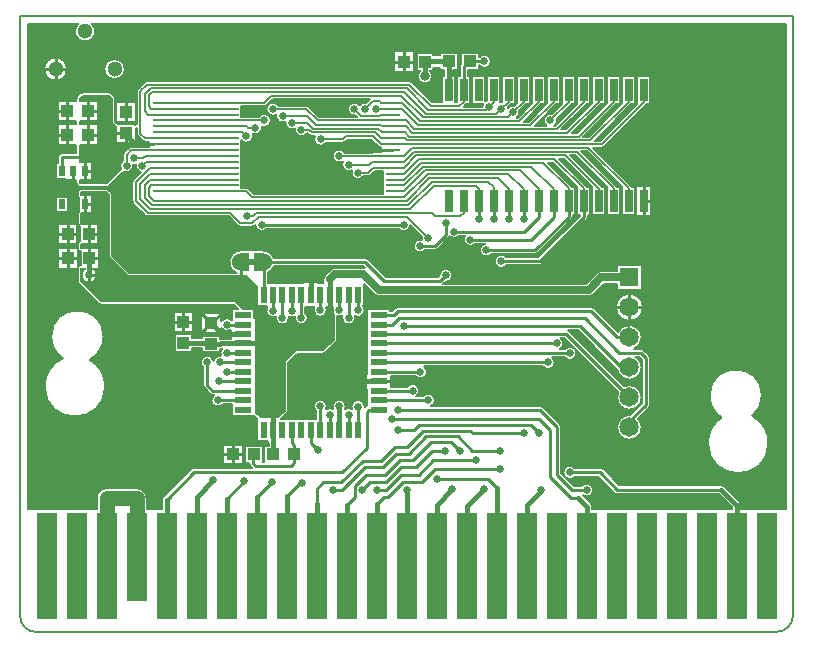
<source format=gbr>
G04 #@! TF.Part,Single*
G04 #@! TF.FileFunction,Copper,L1,Top *
G04 #@! TF.FilePolarity,Positive *
%FSLAX35Y35*%
%MOIN*%
G04 #@! TA.AperFunction,SMDPad,CuDef*
%AMT120*0 Bullet Pad at angle 90*21,1,0.06000,0.03000,0,0,90*%
%ADD120T120*%
%ADD78R,0.05118X0.00984*%
%ADD77R,0.28740X0.00984*%
%ADD81R,0.02362X0.03543*%
%ADD72R,0.02362X0.05807*%
%ADD79R,0.02559X0.07567*%
%ADD121R,0.04000X0.02200*%
%ADD29R,0.05807X0.02362*%
%ADD73R,0.03937X0.04291*%
%ADD75R,0.03940X0.04330*%
%ADD76R,0.06693X0.29528*%
%ADD18R,0.06693X0.35433*%
G04 #@! TA.AperFunction,ComponentPad*
%ADD16R,0.06496X0.06496*%
G04 #@! TD.AperFunction*
%ADD10C,0.00500*%
%ADD28C,0.00602*%
%ADD11C,0.01000*%
%ADD12C,0.01500*%
%ADD27C,0.02500*%
G04 #@! TA.AperFunction,ViaPad*
%ADD13C,0.02677*%
%ADD15C,0.03200*%
G04 #@! TD.AperFunction*
%ADD14C,0.05000*%
G04 #@! TA.AperFunction,ComponentPad*
%ADD117C,0.05118*%
G04 #@! TA.AperFunction,SMDPad,CuDef*
%ADD119C,0.06000*%
G04 #@! TA.AperFunction,ComponentPad*
%ADD17C,0.06496*%
G04 #@! TA.AperFunction,SMDPad,CuDef*
%ADD80R,0.04291X0.03937*%
%ADD74R,0.04330X0.03940*%
%AMT118*0 Bullet Pad at angle 270*21,1,0.06000,0.03000,0,0,270*%
%ADD118T118*%
X0Y0D02*
D02*
D10*
X139638Y212238D02*
Y50596D01*
X162636*
Y54090*
G75*
G02X165989Y57442I3352*
G01*
X175989*
G75*
G02X179341Y54090J-3352*
G01*
Y50596*
X184386*
Y53448*
G75*
G02X184857Y54583I1602*
G01*
X194106Y63832*
G75*
G02X195241Y64304I1135J-1131*
G01*
X214316*
X214004Y64615*
G75*
G02X213608Y65572I956J956*
G01*
G75*
G02Y65575I822J2*
G01*
Y65872*
X212091*
Y71514*
X218087*
Y66175*
X218571*
Y71514*
X219967*
Y72594*
G75*
G02X219860Y73045I1490J591*
G01*
X216272*
Y80547*
X215207Y81612*
X207709*
Y85443*
X204828*
G75*
G02X200913Y86795I-1724J1352*
G01*
G75*
G02X201849Y88591I2191*
G01*
X201323*
G75*
G02X200363Y88987I-2J1352*
G01*
X198654Y90700*
G75*
G02X198258Y91656I957J956*
G01*
G75*
G02Y91658I326J2*
G01*
Y97578*
G75*
G02X197294Y99393I1227J1816*
G01*
G75*
G02X201606Y99940I2191*
G01*
G75*
G02X204150Y101543I2122J-546*
G01*
G75*
G02X204495Y104035I1950J1000*
G01*
G75*
G02X203874Y103901I-643J1468*
G01*
Y102679*
X197839*
Y104150*
X194441*
Y102754*
X188800*
Y108750*
X194441*
Y107355*
X197839*
Y108325*
X203874*
Y107286*
G75*
G02X204042Y107295I167J-1594*
G01*
X207311*
Y110167*
G75*
G02X204272Y110783I-1212J1825*
G01*
Y109281*
X197441*
Y115722*
X204272*
Y113201*
G75*
G02X207709Y113478I1827J-1209*
G01*
Y117175*
X209846*
X208388Y118633*
X164168*
G75*
G02X163385Y118956I-2J1103*
G01*
X156771Y125571*
G75*
G02X156448Y126351I780J780*
G01*
Y126351*
G75*
G02Y126353I364J1*
G01*
Y130675*
G75*
G02X157355Y131760I1103*
G01*
Y136417*
G75*
G02X156448Y137502I196J1085*
G01*
Y138785*
G75*
G02X157229Y139840I1103*
G01*
Y144561*
G75*
G02X156448Y145616I322J1055*
G01*
Y149018*
G75*
G02X156638Y149637I1102*
G01*
Y154442*
G75*
G02X156448Y155061I912J619*
G01*
Y156179*
G75*
G02X157551Y157281I1103*
G01*
X165785*
G75*
G02X166568Y156959I2J-1103*
G01*
X167441Y156085*
G75*
G02X167764Y155305I-780J-780*
G01*
Y155305*
G75*
G02Y155303I-364J-1*
G01*
Y134920*
X173483Y129201*
X209353*
Y129233*
G75*
G02X210705Y136693I1352J3607*
G01*
X218205*
G75*
G02X221812Y134193J-3852*
G01*
X252024*
G75*
G02X252983Y133797I2J-1353*
G01*
X259077Y127705*
X276552*
X276934Y128086*
G75*
G02X276918Y128348I2176J262*
G01*
G75*
G02X281300I2191*
G01*
G75*
G02X278846Y126172I-2191*
G01*
X278255Y125583*
X325788*
X329415Y129210*
G75*
G02X330902Y129826I1487J-1486*
G01*
X336162*
Y131825*
X344363*
Y123624*
X336162*
Y125621*
X331773*
X328146Y121994*
G75*
G02X326659Y121378I-1487J1486*
G01*
X256894*
G75*
G02X255407Y121994J2102*
G01*
X251835Y125566*
Y118226*
X251414*
G75*
G02X248725Y114833I-1611J-1485*
G01*
G75*
G02X248844Y114120I-2071J-713*
G01*
G75*
G02X244463I-2191*
G01*
G75*
G02X244582Y114833I2191J0*
G01*
G75*
G02X242771Y114676I-1078J1907*
G01*
Y107009*
G75*
G02Y107007I-367J-1*
G01*
Y107006*
G75*
G02X242448Y106226I-1103J0*
G01*
X238829Y102607*
G75*
G02X238046Y102284I-780J780*
G01*
X229520*
X226546Y99311*
Y83296*
G75*
G02Y83294I-367J-1*
G01*
Y83294*
G75*
G02X226224Y82514I-1103J0*
G01*
X224267Y80557*
X235852*
Y83068*
G75*
G02X235014Y84791I1352J1724*
G01*
G75*
G02X239396I2191*
G01*
G75*
G02X239123Y83733I-2191*
G01*
G75*
G02X241585I1231J-1812*
G01*
G75*
G02X241313Y84791I1919J1058*
G01*
G75*
G02X245695I2191*
G01*
G75*
G02X245422Y83733I-2191*
G01*
G75*
G02X247794Y83791I1231J-1812*
G01*
G75*
G02X247612Y84667I2008J875*
G01*
G75*
G02X251994I2191*
G01*
G75*
G02X251976Y84386I-2191J0*
G01*
X252367Y84776*
G75*
G02X252890Y85126I1135J-1131*
G01*
Y90663*
X252493*
Y95526*
X252890*
Y117175*
X260402*
Y116494*
X261224*
X262177Y117446*
G75*
G02X263134Y117844I957J-955*
G01*
X327501*
G75*
G02X328459Y117446J-1352*
G01*
X336516Y109389*
G75*
G02X344363Y107724I3747J-1666*
G01*
G75*
G02X341959Y103991I-4100*
G01*
X344007*
G75*
G02X344964Y103593J-1352*
G01*
X346709Y101848*
G75*
G02X347106Y100891I-955J-957*
G01*
Y85212*
G75*
G02X346709Y84254I-1352*
G01*
X343120Y80665*
G75*
G02X344363Y77724I-2857J-2941*
G01*
G75*
G02X336162I-4100*
G01*
G75*
G02X340449Y81820I4100*
G01*
X344402Y85772*
Y100331*
X343446Y101286*
X342293*
G75*
G02X344363Y97724I-2031J-3562*
G01*
G75*
G02X336232Y96971I-4100*
G01*
X323181Y110022*
X319805*
G75*
G02X320102Y109797I-661J-1181*
G01*
X338481Y91417*
G75*
G02X344363Y87724I1781J-3693*
G01*
G75*
G02X336162I-4100*
G01*
G75*
G02X336569Y89505I4101J0*
G01*
X318584Y107490*
X317304*
G75*
G02X317046Y103741I-1253J-1797*
G01*
X318695*
G75*
G02X322610Y102389I1724J-1352*
G01*
G75*
G02X318695Y101036I-2191*
G01*
X314630*
G75*
G02X315371Y99393I-1450J-1643*
G01*
G75*
G02X311457Y98041I-2191*
G01*
X271726*
G75*
G02X272813Y96148I-1104J-1893*
G01*
G75*
G02X268828Y94891I-2191*
G01*
X260800*
Y91297*
X266278*
G75*
G02X270193Y89944I1724J-1352*
G01*
G75*
G02X269245Y88141I-2191*
G01*
X271520*
G75*
G02X275434Y86788I1724J-1352*
G01*
G75*
G02X274098Y84771I-2191*
G01*
X310435*
G75*
G02X311392Y84374J-1352*
G01*
X317006Y78760*
G75*
G02X317403Y77802I-955J-957*
G01*
Y62513*
X321728Y58188*
X324265*
G75*
G02X328180Y56835I1724J-1352*
G01*
G75*
G02X324723Y55047I-2191*
G01*
X327418Y52352*
G75*
G02X327887Y51219I-1133J-1133*
G01*
G75*
G02Y51216I-621J-2*
G01*
Y50596*
X374386*
Y51022*
X370051Y55358*
X336269*
G75*
G02X335134Y55829J1602*
G01*
X329864Y61099*
X321913*
G75*
G02X318228Y62701I-1494J1602*
G01*
G75*
G02X321913Y64304I2191*
G01*
X330528*
G75*
G02X331663Y63832J-1602*
G01*
X336933Y58563*
X370715*
G75*
G02X371850Y58091J-1602*
G01*
X376689Y53252*
G75*
G02X377591Y51811I-700J-1441*
G01*
Y50596*
X392339*
Y212238*
X161109*
G75*
G02X158816Y206301I-2293J-2526*
G01*
G75*
G02X156522Y212238J3411*
G01*
X139638*
X165247Y197114D02*
G75*
G02X172070I3411D01*
G01*
G75*
G02X165247I-3411*
G01*
X169111Y186112D02*
X175941D01*
Y179671*
X169111*
Y186112*
X261906Y203026D02*
X268347D01*
Y196195*
X261906*
Y203026*
X342853Y194935D02*
X347117D01*
Y185663*
X346039*
G75*
G02X345799Y185315I-1054J469*
G01*
X331809Y171325*
G75*
G02X330993Y170986I-817J814*
G01*
X328057*
X340799Y158244*
G75*
G02X341070Y157817I-814J-817*
G01*
X342117*
Y148545*
X337853*
Y157817*
X337963*
X326028Y169752*
X324291*
X335799Y158244*
G75*
G02X336070Y157817I-814J-817*
G01*
X337117*
Y148545*
X332853*
Y157817*
X332963*
X322276Y168504*
X320414*
X330799Y158119*
G75*
G02X331017Y157817I-814J-818*
G01*
X332117*
Y148545*
X327853*
Y157802*
X318399Y167256*
X316787*
X325799Y158244*
G75*
G02X326070Y157817I-814J-817*
G01*
X327117*
Y148545*
X326337*
Y147765*
G75*
G02X325940Y146807I-1352*
G01*
X311267Y132135*
G75*
G02X310310Y131738I-957J955*
G01*
X299304*
G75*
G02X295389Y133090I-1724J1352*
G01*
G75*
G02X299304Y134443I2191*
G01*
X309750*
X323632Y148325*
Y148545*
X322853*
Y157817*
X322963*
X314772Y166008*
X312970*
X320799Y158179*
G75*
G02X321044Y157817I-814J-817*
G01*
X322117*
Y148545*
X321337*
Y147942*
G75*
G02X320941Y146985I-1352*
G01*
X310104Y136148*
G75*
G02X308937Y135480I-1166J685*
G01*
X294310*
G75*
G02X290397Y136834I-1722J1354*
G01*
G75*
G02X292128Y138976I2191*
G01*
X288945*
G75*
G02X285435Y141597I-1724J1352*
G01*
X283578*
G75*
G02X280277Y141430I-1724J1352*
G01*
G75*
G02X279939Y140869I-1293J397*
G01*
X276322Y137252*
G75*
G02X275365Y136855I-957J955*
G01*
X272221*
G75*
G02X268307Y138207I-1724J1352*
G01*
G75*
G02X271087Y140317I2191*
G01*
G75*
G02X271111Y141205I2157J386*
G01*
X267196Y145119*
G75*
G02X263192Y143969I-2190J77*
G01*
X219430*
G75*
G02X215524Y145126I-1724J1352*
G01*
X215403Y145006*
G75*
G02X214586Y144667I-817J814*
G01*
X210592*
G75*
G02X209775Y145006I0J1154*
G01*
X206744Y148036*
X179641*
G75*
G02X178824Y148376I0J1154*
G01*
X174958Y152242*
G75*
G02X174619Y153059I814J817*
G01*
Y159424*
G75*
G02X174958Y160241I1154J0*
G01*
X177480Y162763*
G75*
G02X175731Y165269I413J2151*
G01*
G75*
G02X174814I-459J2143*
G01*
G75*
G02X171641Y162971I-2162J-354*
G01*
G75*
G02X171602Y162930I-821J735*
G01*
X166942Y158270*
G75*
G02X166161Y157947I-780J780*
G01*
X157052*
G75*
G02X155949Y159049J1102*
G01*
Y160041*
X152500*
Y160439*
X149158*
Y165687*
X149837*
Y167785*
G75*
G02X151190Y169138I1352*
G01*
X155949*
Y171860*
X149709*
Y178687*
X155949*
Y179722*
X149709*
Y186551*
X155949*
Y187255*
G75*
G02X156272Y188034I1102*
G01*
X157270Y189033*
G75*
G02X158051Y189356I780J-780*
G01*
X166785*
G75*
G02X167566Y189033I1J-1102*
G01*
X168564Y188034*
G75*
G02X168887Y187255I-780J-780*
G01*
Y179599*
X169772Y178715*
X175544*
Y178673*
G75*
G02X175941Y178747I398J-1028*
G01*
X176116*
Y189751*
G75*
G02X176456Y190568I1154J0*
G01*
X178699Y192811*
G75*
G02X179516Y193151I817J-814*
G01*
X266878*
G75*
G02X267695Y192811I0J-1154*
G01*
X274470Y186037*
X277853*
Y194935*
X278382*
Y195344*
G75*
G02X278375Y195499I1594J155*
G01*
G75*
G02Y195500I627J0*
G01*
G75*
G02Y195502I621J1*
G01*
Y196915*
X276981*
Y197633*
X274949*
Y196593*
X273730*
G75*
G02X274572Y194743I-1610J-1850*
G01*
G75*
G02X269668I-2452*
G01*
G75*
G02X270510Y196593I2452*
G01*
X269304*
Y202628*
X274949*
Y201837*
X276981*
Y202557*
X282977*
Y196915*
X281580*
Y195646*
G75*
G02X281587Y195492I-1594J-155*
G01*
G75*
G02Y195491I-627J0*
G01*
G75*
G02Y195489I-621J-1*
G01*
Y194935*
X282117*
Y186037*
X282853*
Y194935*
X283632*
Y197863*
G75*
G02X283981Y198769I1352*
G01*
Y202557*
X289977*
Y201087*
X290240*
G75*
G02X294155Y199735I1724J-1352*
G01*
G75*
G02X290240Y198383I-2191*
G01*
X289977*
Y196915*
X286337*
Y194935*
X287117*
Y185663*
X285974*
G75*
G02X285799Y185439I-989J593*
G01*
X285024Y184664*
X291271*
G75*
G02X291528Y185663I2191J-30*
G01*
X287853*
Y194935*
X292117*
Y186363*
G75*
G02X292853Y186739I1345J-1730*
G01*
Y194935*
X297117*
Y186026*
G75*
G02X297853Y186059I464J-2141*
G01*
Y194935*
X302117*
Y185663*
X300953*
G75*
G02X300799Y185473I-968J626*
G01*
X299713Y184387*
G75*
G02X299755Y184151I-2133J-503*
G01*
G75*
G02X301950Y184894I1694J-1389*
G01*
X302853Y185797*
Y194935*
X307117*
Y185663*
X305948*
G75*
G02X305799Y185481I-963J634*
G01*
X303581Y183263*
G75*
G02X302635Y180920I-2133J-502*
G01*
X303093*
X307853Y185680*
Y194935*
X312117*
Y185663*
X311016*
G75*
G02X310799Y185364I-1031J518*
G01*
X305107Y179672*
X306769*
X312853Y185756*
Y194935*
X317117*
Y185663*
X315974*
G75*
G02X315799Y185439I-989J593*
G01*
X308659Y178299*
X312568*
G75*
G02X314431Y182149I1361J1717*
G01*
X317945Y185663*
X317853*
Y194935*
X322117*
Y185663*
X321063*
G75*
G02X320799Y185255I-1079J408*
G01*
X316062Y180518*
G75*
G02X315290Y178299I-2133J-502*
G01*
X315521*
X322885Y185663*
X322853*
Y194935*
X327117*
Y185663*
X326039*
G75*
G02X325799Y185315I-1054J469*
G01*
X317536Y177051*
X319148*
X327853Y185756*
Y194935*
X332117*
Y185663*
X330974*
G75*
G02X330799Y185439I-989J593*
G01*
X321163Y175803*
X322900*
X332853Y185756*
Y194935*
X337117*
Y185663*
X335974*
G75*
G02X335799Y185439I-989J593*
G01*
X324915Y174555*
X326652*
X337853Y185756*
Y194935*
X342117*
Y185663*
X340974*
G75*
G02X340799Y185439I-989J593*
G01*
X328653Y173293*
X330515*
X342885Y185663*
X342853*
Y194935*
X342455Y158215D02*
X347514D01*
Y148148*
X342455*
Y158215*
X381202Y81525D02*
G75*
G02X386644Y72561I-4663J-8964D01*
G01*
G75*
G02X366435I-10104*
G01*
G75*
G02X370964Y80988I10104*
G01*
G75*
G02X366987Y88309I4749J7321*
G01*
G75*
G02X384439I8726*
G01*
G75*
G02X381202Y81525I-8726J0*
G01*
X145164Y197114D02*
G75*
G02X152782I3809D01*
G01*
G75*
G02X145164I-3809*
G01*
X149158Y154663D02*
X153225D01*
Y149415*
X149158*
Y154663*
X149831Y145616D02*
X156272D01*
Y138785*
X149831*
Y145616*
X149957Y137502D02*
X156398D01*
Y130675*
X149957*
Y137502*
X160355Y100286D02*
G75*
G02X165542Y91459I-4917J-8827D01*
G01*
G75*
G02X145333I-10104*
G01*
G75*
G02X151425Y100732I10104*
G01*
G75*
G02X147538Y107994I4839J7262*
G01*
G75*
G02X164991I8726*
G01*
G75*
G02X160355Y100286I-8726*
G01*
X204693Y71911D02*
X211485D01*
Y65474*
X204693*
Y71911*
X188402Y116148D02*
X194839D01*
Y109356*
X188402*
Y116148*
X335765Y117724D02*
G75*
G02X344761I4498D01*
G01*
G75*
G02X335765I-4498*
G01*
X139888Y68693D02*
G36*
Y50846D01*
X162636*
Y54090*
G75*
G02X165989Y57442I3352*
G01*
X175989*
G75*
G02X179341Y54090J-3352*
G01*
Y50846*
X184386*
Y53448*
Y53449*
G75*
G02X184857Y54583I1602*
G01*
X194106Y63832*
G75*
G02X195241Y64304I1135J-1130*
G01*
X214316*
X214004Y64615*
G75*
G02X213608Y65570I954J955*
G01*
G75*
G02Y65572I1381J1*
G01*
Y65572*
Y65575*
Y65872*
X212091*
Y68693*
X211485*
Y65474*
X204693*
Y68693*
X139888*
G37*
X218087D02*
G36*
Y66175D01*
X218571*
Y68693*
X218087*
G37*
X317403D02*
G36*
Y62513D01*
X321728Y58188*
X324265*
G75*
G02X328180Y56835I1724J-1352*
G01*
G75*
G02X324723Y55047I-2191*
G01*
X327418Y52352*
G75*
G02X327887Y51219I-1133J-1133*
G01*
Y51219*
Y51216*
Y50846*
X374386*
Y51022*
X370051Y55358*
X336269*
G75*
G02X335134Y55829I0J1602*
G01*
X329864Y61099*
X321913*
G75*
G02X318228Y62701I-1494J1603*
G01*
G75*
G02X321913Y64304I2191J0*
G01*
X330528*
G75*
G02X331663Y63832I0J-1602*
G01*
X336933Y58563*
X370715*
G75*
G02X371850Y58091I0J-1602*
G01*
X376689Y53252*
G75*
G02X377591Y51811I-699J-1441*
G01*
Y51811*
Y50846*
X392089*
Y68693*
X385874*
G75*
G02X367205I-9335J3868*
G01*
X317403*
G37*
X139888Y79746D02*
G36*
Y68693D01*
X204693*
Y71911*
X211485*
Y68693*
X212091*
Y71514*
X218087*
Y68693*
X218571*
Y71514*
X219967*
Y72594*
G75*
G02X219860Y73045I1496J592*
G01*
X216272*
Y79746*
X139888*
G37*
X316020D02*
G36*
X317006Y78760D01*
G75*
G02X317403Y77803I-953J-957*
G01*
G75*
G02Y77802I-1253J0*
G01*
Y68693*
X367205*
G75*
G02X366435Y72561I9335J3868*
G01*
G75*
G02X369435Y79746I10104*
G01*
X343830*
G75*
G02X344363Y77724I-3567J-2022*
G01*
Y77724*
G75*
G02X336162I-4100*
G01*
G75*
G02X336696Y79746I4100*
G01*
X316020*
G37*
X386644Y72561D02*
G36*
G75*
G02X385874Y68693I-10104D01*
G01*
X392089*
Y79746*
X383644*
G75*
G02X386644Y72561I-7104J-7185*
G01*
G37*
X139888Y99037D02*
G36*
Y79746D01*
X216272*
Y80547*
X215207Y81612*
X207709*
Y85443*
X204828*
G75*
G02X200913Y86795I-1724J1352*
G01*
G75*
G02X201849Y88591I2191*
G01*
X201323*
G75*
G02X200363Y88987I-2J1354*
G01*
X198654Y90700*
G75*
G02X198258Y91656I958J956*
G01*
Y91656*
Y91658*
Y97578*
G75*
G02X197323Y99037I1226J1815*
G01*
X162120*
G75*
G02X165542Y91459I-6683J-7579*
G01*
G75*
G02X145333I-10104*
G01*
G75*
G02X148755Y99037I10105J0*
G01*
X139888*
G37*
X226224Y82514D02*
G36*
X224267Y80557D01*
X235852*
Y83068*
G75*
G02X235014Y84791I1354J1724*
G01*
G75*
G02X239396I2191*
G01*
G75*
G02X239123Y83733I-2194J0*
G01*
G75*
G02X241585I1231J-1811*
G01*
G75*
G02X241313Y84791I1921J1059*
G01*
G75*
G02X245695I2191*
G01*
G75*
G02X245422Y83733I-2194J0*
G01*
G75*
G02X247794Y83791I1231J-1813*
G01*
G75*
G02X247612Y84667I2012J876*
G01*
G75*
G02X251994I2191*
G01*
G75*
G02X251976Y84386I-2284J6*
G01*
X252367Y84776*
G75*
G02X252890Y85126I1140J-1139*
G01*
Y90663*
X252493*
Y95526*
X252890*
Y99037*
X226546*
Y83296*
Y83294*
Y83294*
G75*
G02X226224Y82514I-1103*
G01*
G37*
X260800Y94891D02*
G36*
Y91297D01*
X266278*
G75*
G02X270193Y89944I1724J-1352*
G01*
G75*
G02X269245Y88141I-2189J-1*
G01*
X271520*
G75*
G02X275434Y86788I1724J-1352*
G01*
Y86788*
G75*
G02X274098Y84771I-2190*
G01*
X310435*
G75*
G02X311392Y84374I1J-1350*
G01*
X316020Y79746*
X336696*
G75*
G02X340449Y81820I3567J-2022*
G01*
X344402Y85772*
Y99037*
X344147*
G75*
G02X344363Y97724I-3885J-1314*
G01*
G75*
G02X336232Y96971I-4100*
G01*
X334166Y99037*
X330861*
X338481Y91417*
G75*
G02X344363Y87724I1781J-3693*
G01*
G75*
G02X336162I-4100*
G01*
G75*
G02X336569Y89505I4104J-1*
G01*
X327036Y99037*
X315342*
G75*
G02X311457Y98041I-2162J356*
G01*
X271726*
G75*
G02X272813Y96149I-1103J-1892*
G01*
G75*
G02Y96148I-2654J0*
G01*
G75*
G02X268828Y94891I-2191*
G01*
X260800*
G37*
X343120Y80665D02*
G36*
G75*
G02X343830Y79746I-2857J-2941D01*
G01*
X369435*
G75*
G02X370964Y80988I7104J-7185*
G01*
G75*
G02X366987Y88309I4749J7321*
G01*
G75*
G02X384439I8726*
G01*
G75*
G02X381202Y81525I-8728J0*
G01*
G75*
G02X383644Y79746I-4663J-8965*
G01*
X392089*
Y99037*
X347106*
Y85212*
G75*
G02Y85211I-1253J0*
G01*
G75*
G02X346709Y84254I-1350*
G01*
X343120Y80665*
G37*
X139888Y112752D02*
G36*
Y99037D01*
X148755*
G75*
G02X151425Y100732I6683J-7579*
G01*
G75*
G02X147538Y107994I4839J7262*
G01*
G75*
G02X148949Y112752I8726J0*
G01*
X139888*
G37*
X160355Y100286D02*
G36*
G75*
G02X162120Y99037I-4919J-8828D01*
G01*
X197323*
G75*
G02X197294Y99393I2163J356*
G01*
Y99393*
G75*
G02X201606Y99940I2191*
G01*
G75*
G02X204150Y101543I2122J-547*
G01*
G75*
G02X203908Y102543I1950J1000*
G01*
G75*
G02X204495Y104035I2191*
G01*
G75*
G02X203874Y103901I-644J1474*
G01*
Y102679*
X197839*
Y104150*
X194441*
Y102754*
X188800*
Y108750*
X194441*
Y107355*
X197839*
Y108325*
X203874*
Y107286*
G75*
G02X204042Y107295I161J-1487*
G01*
X207311*
Y110167*
G75*
G02X204272Y110783I-1212J1826*
G01*
Y109281*
X197441*
Y112752*
X194839*
Y109356*
X188402*
Y112752*
X163580*
G75*
G02X164991Y107994I-7315J-4757*
G01*
Y107994*
G75*
G02X160355Y100286I-8726*
G01*
G37*
X226546Y99311D02*
G36*
Y99037D01*
X252890*
Y112752*
X248365*
G75*
G02X244942I-1711J1368*
G01*
X242771*
Y107009*
Y107007*
Y107006*
G75*
G02X242448Y106226I-1103*
G01*
X238829Y102607*
G75*
G02X238046Y102284I-780J781*
G01*
X229520*
X226546Y99311*
G37*
X315371Y99393D02*
G36*
G75*
G02X315342Y99037I-2191J0D01*
G01*
X327036*
X318584Y107490*
X317304*
G75*
G02X318242Y105693I-1253J-1797*
G01*
G75*
G02X317046Y103741I-2191*
G01*
X318695*
G75*
G02X322610Y102389I1724J-1352*
G01*
G75*
G02X318695Y101036I-2191*
G01*
X314630*
G75*
G02X315371Y99394I-1448J-1642*
G01*
G75*
G02Y99393I-2051J0*
G01*
G37*
X319805Y110022D02*
G36*
G75*
G02X320102Y109797I-648J-1164D01*
G01*
X330861Y99037*
X334166*
X323181Y110022*
X319805*
G37*
X333153Y112752D02*
G36*
X336516Y109389D01*
G75*
G02X344363Y107724I3747J-1666*
G01*
G75*
G02Y107723I-5013J0*
G01*
G75*
G02X341959Y103991I-4100*
G01*
X344007*
G75*
G02X344964Y103593I1J-1350*
G01*
X346709Y101848*
G75*
G02X347106Y100892I-953J-957*
G01*
G75*
G02Y100891I-1253J0*
G01*
Y99037*
X392089*
Y112752*
X333153*
G37*
X343446Y101286D02*
G36*
X342293D01*
G75*
G02X344147Y99037I-2031J-3563*
G01*
X344402*
Y100331*
X343446Y101286*
G37*
X139888Y117724D02*
G36*
Y112752D01*
X148949*
G75*
G02X163580I7315J-4758*
G01*
X188402*
Y116148*
X194839*
Y112752*
X197441*
Y115722*
X204272*
Y113201*
G75*
G02X207709Y113478I1827J-1209*
G01*
Y117175*
X209846*
X209298Y117724*
X139888*
G37*
X242771Y114676D02*
G36*
Y112752D01*
X244942*
G75*
G02X244463Y114120I1711J1368*
G01*
G75*
G02Y114122I2201J1*
G01*
G75*
G02X244582Y114833I2183*
G01*
G75*
G02X242771Y114676I-1078J1908*
G01*
G37*
X248844Y114120D02*
G36*
G75*
G02X248365Y112752I-2191D01*
G01*
X252890*
Y117175*
X260402*
Y116494*
X261224*
X262177Y117446*
G75*
G02X262577Y117724I957J-954*
G01*
X251761*
G75*
G02X251994Y116741I-1958J-983*
G01*
G75*
G02X248725Y114833I-2191*
G01*
G75*
G02X248844Y114122I-2064J-712*
G01*
G75*
G02Y114120I-2201J-1*
G01*
G37*
X328059Y117724D02*
G36*
G75*
G02X328459Y117446I-557J-1231D01*
G01*
X333153Y112752*
X392089*
Y117724*
X344761*
G75*
G02X335765I-4498*
G01*
X328059*
G37*
X139888Y134089D02*
G36*
Y117724D01*
X209298*
X208388Y118633*
X164168*
G75*
G02X163385Y118956I-2J1104*
G01*
X156771Y125571*
G75*
G02X156448Y126351I780J780*
G01*
Y126351*
Y126353*
Y130675*
G75*
G02X157355Y131760I1103J0*
G01*
Y134089*
X156398*
Y130675*
X149957*
Y134089*
X139888*
G37*
X168595D02*
G36*
X173483Y129201D01*
X209353*
Y129233*
G75*
G02X206853Y132841I1352J3607*
G01*
G75*
G02X207061Y134089I3853J0*
G01*
X168595*
G37*
X251414Y118226D02*
G36*
G75*
G02X251761Y117724I-1611J-1485D01*
G01*
X262577*
G75*
G02X263134Y117844I557J-1230*
G01*
X327501*
G75*
G02X328059Y117724I1J-1350*
G01*
X335765*
G75*
G02X344761I4498*
G01*
X392089*
Y134089*
X313221*
X311267Y132135*
G75*
G02X310310Y131738I-957J953*
G01*
X299304*
G75*
G02X295389Y133090I-1724J1352*
G01*
G75*
G02X295630Y134089I2191J0*
G01*
X252548*
G75*
G02X252983Y133797I-520J-1246*
G01*
X259077Y127705*
X276552*
X276934Y128086*
G75*
G02X276918Y128348I2168J262*
G01*
G75*
G02X281300I2191*
G01*
G75*
G02X278846Y126172I-2191*
G01*
X278255Y125583*
X325788*
X329415Y129210*
G75*
G02X330902Y129826I1488J-1488*
G01*
X336162*
Y131825*
X344363*
Y123624*
X336162*
Y125621*
X331773*
X328146Y121994*
G75*
G02X326659Y121378I-1488J1488*
G01*
X256894*
G75*
G02X255407Y121994I1J2104*
G01*
X251835Y125566*
Y118226*
X251414*
G37*
X139888Y142201D02*
G36*
Y134089D01*
X149957*
Y137502*
X156398*
Y134089*
X157355*
Y136417*
G75*
G02X156448Y137502I196J1085*
G01*
Y138785*
G75*
G02X157229Y139840I1103*
G01*
Y142201*
X156272*
Y138785*
X149831*
Y142201*
X139888*
G37*
X167764D02*
G36*
Y134920D01*
X168595Y134089*
X207061*
G75*
G02X210705Y136693I3644J-1248*
G01*
X218205*
G75*
G02X221812Y134193J-3852*
G01*
X252024*
G75*
G02X252548Y134089I3J-1351*
G01*
X295630*
G75*
G02X299304Y134443I1950J-998*
G01*
X309750*
X317508Y142201*
X316156*
X310104Y136148*
G75*
G02X308937Y135480I-1167J686*
G01*
X294310*
G75*
G02X290397Y136834I-1722J1354*
G01*
G75*
G02X292128Y138976I2191*
G01*
X288945*
G75*
G02X285030Y140329I-1724J1352*
G01*
G75*
G02X285435Y141597I2191*
G01*
X283578*
G75*
G02X280277Y141430I-1724J1353*
G01*
G75*
G02X279939Y140869I-1295J398*
G01*
X276322Y137252*
G75*
G02X275365Y136855I-957J953*
G01*
X272221*
G75*
G02X268307Y138207I-1724J1352*
G01*
G75*
G02X271087Y140317I2191J0*
G01*
G75*
G02X271052Y140703I2155J386*
G01*
G75*
G02X271111Y141205I2188*
G01*
X270115Y142201*
X167764*
G37*
X321333D02*
G36*
X313221Y134089D01*
X392089*
Y142201*
X321333*
G37*
X139888Y153181D02*
G36*
Y142201D01*
X149831*
Y145616*
X156272*
Y142201*
X157229*
Y144561*
G75*
G02X156448Y145616I322J1055*
G01*
Y149018*
G75*
G02X156638Y149637I1107J-2*
G01*
Y153181*
X153225*
Y149415*
X149158*
Y153181*
X139888*
G37*
X167764D02*
G36*
Y142201D01*
X270115*
X267196Y145119*
G75*
G02X263192Y143969I-2190J77*
G01*
X219430*
G75*
G02X215524Y145126I-1724J1352*
G01*
X215403Y145006*
G75*
G02X214586Y144667I-817J814*
G01*
X210592*
G75*
G02X209775Y145006I0J1154*
G01*
X206744Y148036*
X179641*
G75*
G02X178824Y148376I0J1154*
G01*
X174958Y152242*
G75*
G02X174619Y153059I814J817*
G01*
Y153181*
X167764*
G37*
X316156Y142201D02*
G36*
X317508D01*
X323632Y148325*
Y148545*
X322853*
Y153181*
X322117*
Y148545*
X321337*
Y147942*
G75*
G02Y147941I-1381J0*
G01*
G75*
G02X320941Y146985I-1350*
G01*
X316156Y142201*
G37*
X325940Y146807D02*
G36*
X321333Y142201D01*
X392089*
Y153181*
X347514*
Y148148*
X342455*
Y153181*
X342117*
Y148545*
X337853*
Y153181*
X337117*
Y148545*
X332853*
Y153181*
X332117*
Y148545*
X327853*
Y153181*
X327117*
Y148545*
X326337*
Y147765*
G75*
G02Y147764I-1253J0*
G01*
G75*
G02X325940Y146807I-1350*
G01*
G37*
X139888Y182892D02*
G36*
Y153181D01*
X149158*
Y154663*
X153225*
Y153181*
X156638*
Y154442*
G75*
G02X156448Y155061I917J620*
G01*
Y156179*
Y156179*
G75*
G02X157551Y157281I1103*
G01*
X165785*
G75*
G02X166568Y156959I2J-1104*
G01*
X167441Y156085*
G75*
G02X167764Y155305I-780J-780*
G01*
Y155305*
Y155303*
Y153181*
X174619*
Y159424*
G75*
G02X174958Y160241I1154J0*
G01*
X177480Y162763*
G75*
G02X175703Y164915I413J2151*
G01*
G75*
G02X175731Y165269I2192*
G01*
G75*
G02X174814I-459J2148*
G01*
G75*
G02X174843Y164915I-2162J-354*
G01*
G75*
G02X171641Y162971I-2191*
G01*
G75*
G02X171602Y162930I-1075J974*
G01*
X166942Y158270*
G75*
G02X166161Y157947I-780J782*
G01*
X157052*
G75*
G02X155949Y159049J1102*
G01*
Y160041*
X152500*
Y160439*
X149158*
Y165687*
X149837*
Y167785*
G75*
G02X151190Y169138I1352*
G01*
X155949*
Y171860*
X149709*
Y178687*
X155949*
Y179722*
X149709*
Y182892*
X139888*
G37*
X168887D02*
G36*
Y179599D01*
X169772Y178715*
X175544*
Y178673*
G75*
G02X175941Y178747I399J-1032*
G01*
X176116*
Y182892*
X175941*
Y179671*
X169111*
Y182892*
X168887*
G37*
X302635Y180920D02*
G36*
X303093D01*
X305064Y182892*
X303636*
G75*
G02X303640Y182762I-2191J-131*
G01*
G75*
G02X302635Y180920I-2191J0*
G01*
G37*
X305107Y179672D02*
G36*
X306769D01*
X309989Y182892*
X308327*
X305107Y179672*
G37*
X308659Y178299D02*
G36*
X312568D01*
G75*
G02X311738Y180016I1361J1717*
G01*
G75*
G02X314431Y182149I2191*
G01*
X315174Y182892*
X313251*
X308659Y178299*
G37*
X314772Y166008D02*
G36*
X312970D01*
X320799Y158179*
G75*
G02X321044Y157817I-817J-819*
G01*
X322117*
Y153181*
X322853*
Y157817*
X322963*
X314772Y166008*
G37*
X315290Y178299D02*
G36*
X315521D01*
X320113Y182892*
X318436*
X316062Y180518*
G75*
G02X316120Y180016I-2133J-502*
G01*
G75*
G02X315290Y178299I-2191*
G01*
G37*
X318399Y167256D02*
G36*
X316787D01*
X325799Y158244*
G75*
G02X326070Y157817I-812J-815*
G01*
X327117*
Y153181*
X327853*
Y157802*
X318399Y167256*
G37*
X317536Y177051D02*
G36*
X319148D01*
X324989Y182892*
X323376*
X317536Y177051*
G37*
X322276Y168504D02*
G36*
X320414D01*
X330799Y158119*
G75*
G02X331017Y157817I-817J-820*
G01*
X332117*
Y153181*
X332853*
Y157817*
X332963*
X322276Y168504*
G37*
X321163Y175803D02*
G36*
X322900D01*
X329989Y182892*
X328251*
X321163Y175803*
G37*
X326028Y169752D02*
G36*
X324291D01*
X335799Y158244*
G75*
G02X336070Y157817I-812J-815*
G01*
X337117*
Y153181*
X337853*
Y157817*
X337963*
X326028Y169752*
G37*
X324915Y174555D02*
G36*
X326652D01*
X334989Y182892*
X333251*
X324915Y174555*
G37*
X328653Y173293D02*
G36*
X330515D01*
X340113Y182892*
X338251*
X328653Y173293*
G37*
X330993Y170986D02*
G36*
X328057D01*
X340799Y158244*
G75*
G02X341070Y157817I-812J-815*
G01*
X342117*
Y153181*
X342455*
Y158215*
X347514*
Y153181*
X392089*
Y182892*
X343376*
X331809Y171325*
G75*
G02X330993Y170986I-817J814*
G01*
G37*
X139888Y197114D02*
G36*
Y182892D01*
X149709*
Y186551*
X155949*
Y187255*
Y187255*
G75*
G02X156272Y188034I1102*
G01*
X157270Y189033*
G75*
G02X158051Y189356I780J-782*
G01*
X166785*
G75*
G02X167566Y189033I0J-1105*
G01*
X168564Y188034*
G75*
G02X168887Y187255I-779J-779*
G01*
Y187255*
Y182892*
X169111*
Y186112*
X175941*
Y182892*
X176116*
Y189751*
G75*
G02X176456Y190568I1154J0*
G01*
X178699Y192811*
G75*
G02X179516Y193151I817J-814*
G01*
X266878*
G75*
G02X267695Y192811I0J-1154*
G01*
X274470Y186037*
X277853*
Y194935*
X278382*
Y195344*
G75*
G02X278375Y195499I1680J159*
G01*
Y195500*
Y195502*
Y196915*
X276981*
Y197114*
X274949*
Y196593*
X273730*
G75*
G02X274572Y194743I-1611J-1850*
G01*
G75*
G02X269668I-2452*
G01*
G75*
G02X270510Y196593I2453*
G01*
X269304*
Y197114*
X268347*
Y196195*
X261906*
Y197114*
X172070*
G75*
G02X165247I-3411*
G01*
X152782*
G75*
G02X145164I-3809*
G01*
X139888*
G37*
X281580Y196915D02*
G36*
Y195646D01*
G75*
G02X281587Y195492I-1680J-159*
G01*
Y195491*
Y195489*
Y194935*
X282117*
Y186037*
X282853*
Y194935*
X283632*
Y197114*
X282977*
Y196915*
X281580*
G37*
X285799Y185439D02*
G36*
X285024Y184664D01*
X291271*
G75*
G02X291528Y185663I2184J-28*
G01*
X287853*
Y194935*
X292117*
Y186363*
G75*
G02X292853Y186739I1351J-1741*
G01*
Y194935*
X297117*
Y186026*
G75*
G02X297853Y186059I463J-2132*
G01*
Y194935*
X302117*
Y185663*
X300953*
G75*
G02X300799Y185473I-980J635*
G01*
X299713Y184387*
G75*
G02X299755Y184151I-2070J-492*
G01*
G75*
G02X301950Y184894I1694J-1389*
G01*
X302853Y185797*
Y194935*
X307117*
Y185663*
X305948*
G75*
G02X305799Y185481I-970J641*
G01*
X303581Y183263*
G75*
G02X303636Y182892I-2133J-502*
G01*
X305064*
X307853Y185680*
Y194935*
X312117*
Y185663*
X311016*
G75*
G02X310799Y185364I-1031J518*
G01*
X308327Y182892*
X309989*
X312853Y185756*
Y194935*
X317117*
Y185663*
X315974*
G75*
G02X315799Y185439I-999J601*
G01*
X313251Y182892*
X315174*
X317945Y185663*
X317853*
Y194935*
X322117*
Y185663*
X321063*
G75*
G02X320799Y185255I-1082J411*
G01*
X318436Y182892*
X320113*
X322885Y185663*
X322853*
Y194935*
X327117*
Y185663*
X326039*
G75*
G02X325799Y185315I-1057J470*
G01*
X323376Y182892*
X324989*
X327853Y185756*
Y194935*
X332117*
Y185663*
X330974*
G75*
G02X330799Y185439I-999J601*
G01*
X328251Y182892*
X329989*
X332853Y185756*
Y194935*
X337117*
Y185663*
X335974*
G75*
G02X335799Y185439I-999J601*
G01*
X333251Y182892*
X334989*
X337853Y185756*
Y194935*
X342117*
Y185663*
X340974*
G75*
G02X340799Y185439I-999J601*
G01*
X338251Y182892*
X340113*
X342885Y185663*
X342853*
Y194935*
X347117*
Y185663*
X346039*
G75*
G02X345799Y185315I-1057J470*
G01*
X343376Y182892*
X392089*
Y197114*
X289977*
Y196915*
X286337*
Y194935*
X287117*
Y185663*
X285974*
G75*
G02X285799Y185439I-999J601*
G01*
G37*
X139888Y211988D02*
G36*
Y197114D01*
X145164*
G75*
G02X152782I3809*
G01*
X165247*
G75*
G02X172070I3411*
G01*
X261906*
Y203026*
X268347*
Y197114*
X269304*
Y202628*
X274949*
Y201837*
X276981*
Y202557*
X282977*
Y197114*
X283632*
Y197863*
G75*
G02X283981Y198769I1352*
G01*
Y202557*
X289977*
Y201087*
X290240*
G75*
G02X294155Y199735I1724J-1352*
G01*
G75*
G02X290240Y198383I-2191*
G01*
X289977*
Y197114*
X392089*
Y211988*
X161357*
G75*
G02X162227Y209713I-2542J-2275*
G01*
G75*
G02X158816Y206301I-3411*
G01*
G75*
G02X155404Y209713J3411*
G01*
G75*
G02X156274Y211988I3411J0*
G01*
X139888*
G37*
X274949Y197633D02*
G36*
Y197114D01*
X276981*
Y197633*
X274949*
G37*
X142450Y9569D02*
X389310D01*
G75*
G03X394807Y15066J5497*
G01*
Y214707*
X137170*
Y14849*
G75*
G03X142450Y9569I5280*
G01*
X157052Y160041D02*
Y159049D01*
X166162*
X170822Y163709*
G75*
G02X171498Y166778I1830J1206*
G01*
Y168659*
G75*
G02X171838Y169476I1154J0*
G01*
X173347Y170985*
G75*
G02X174164Y171324I817J-814*
G01*
X180030*
Y172954*
X178810*
G75*
G02X177993Y173294I0J1154*
G01*
X176456Y174831*
G75*
G02X176116Y175648I814J817*
G01*
Y177645*
X175941*
Y172671*
X169111*
Y177817*
X167785Y179143*
Y187255*
X166786Y188253*
X158050*
X157052Y187255*
Y186551*
X163146*
Y179722*
X157052*
Y178687*
X163146*
Y171860*
X157052*
Y166085*
X161103*
Y160041*
X157052*
G36*
Y159049*
X166162*
X170822Y163709*
G75*
G02X171498Y166778I1830J1206*
G01*
Y168659*
G75*
G02X171838Y169476I1154J0*
G01*
X173347Y170985*
G75*
G02X174164Y171324I817J-814*
G01*
X180030*
Y172954*
X178810*
G75*
G02X177993Y173294I0J1154*
G01*
X176456Y174831*
G75*
G02X176116Y175648I814J817*
G01*
Y177645*
X175941*
Y172671*
X169111*
Y177817*
X167785Y179143*
Y187255*
X166786Y188253*
X158050*
X157052Y187255*
Y186551*
X163146*
Y179722*
X157052*
Y178687*
X163146*
Y171860*
X157052*
Y166085*
X161103*
Y160041*
X157052*
G37*
X157551Y130675D02*
Y126351D01*
X164165Y119736*
X164167*
G75*
G02X164168I1J-325*
G01*
X208845*
X209160Y119421*
G75*
G02X209170Y119411I-762J-803*
G01*
X210076Y118506*
G75*
G02X210086Y118495I-793J-772*
G01*
X211406Y117175*
X215221*
Y114245*
X215834*
Y82545*
X217331Y81047*
X223197*
X225444Y83294*
Y99768*
X229063Y103387*
X238049*
X241668Y107006*
Y115545*
G75*
G02X241554Y117739I1836J1196*
G01*
X239155*
G75*
G02X239396Y116741I-1950J-998*
G01*
G75*
G02X235014I-2191*
G01*
G75*
G02X235254Y117739I2191J0*
G01*
X232258*
Y115969*
G75*
G02X233096Y114245I-1352J-1724*
G01*
G75*
G02X228715I-2191*
G01*
G75*
G02X228756Y114667I2191*
G01*
G75*
G02X226724Y114684I-999J1950*
G01*
G75*
G02X226797Y114120I-2118J-563*
G01*
G75*
G02X222415I-2191*
G01*
G75*
G02X222489Y114684I2192J0*
G01*
G75*
G02X219624Y117818I-1032J1933*
G01*
X219216Y118226*
X216272*
Y124604*
X216083*
X212589Y128098*
X173026*
X166661Y134463*
Y155305*
X165788Y156179*
X165787*
G75*
G02X165785I0J325*
G01*
X157551*
Y155063*
G75*
G03X157551Y155061I5J0*
G01*
X161103*
Y149018*
X157551*
G75*
G03X157551Y149016I4J-2*
G01*
Y145616*
X163272*
Y138785*
X157551*
Y137502*
Y137502*
G75*
G02X157552I0J-1157*
G01*
X163398*
Y130675*
X161537*
G75*
G02X162766Y128472I-1359J-2203*
G01*
G75*
G02X157589I-2589*
G01*
G75*
G02X158818Y130675I2589*
G01*
X157552*
G75*
G02X157551I0J1157*
G01*
Y130675*
G36*
Y126351*
X164165Y119736*
X164167*
G75*
G02X164168I1J-325*
G01*
X208845*
X209160Y119421*
G75*
G02X209170Y119411I-762J-803*
G01*
X210076Y118506*
G75*
G02X210086Y118495I-793J-772*
G01*
X211406Y117175*
X215221*
Y114245*
X215834*
Y82545*
X217331Y81047*
X223197*
X225444Y83294*
Y99768*
X229063Y103387*
X238049*
X241668Y107006*
Y115545*
G75*
G02X241554Y117739I1836J1196*
G01*
X239155*
G75*
G02X239396Y116741I-1950J-998*
G01*
G75*
G02X235014I-2191*
G01*
G75*
G02X235254Y117739I2191J0*
G01*
X232258*
Y115969*
G75*
G02X233096Y114245I-1352J-1724*
G01*
G75*
G02X228715I-2191*
G01*
G75*
G02X228756Y114667I2191*
G01*
G75*
G02X226724Y114684I-999J1950*
G01*
G75*
G02X226797Y114120I-2118J-563*
G01*
G75*
G02X222415I-2191*
G01*
G75*
G02X222489Y114684I2192J0*
G01*
G75*
G02X219624Y117818I-1032J1933*
G01*
X219216Y118226*
X216272*
Y124604*
X216083*
X212589Y128098*
X173026*
X166661Y134463*
Y155305*
X165788Y156179*
X165787*
G75*
G02X165785I0J325*
G01*
X157551*
Y155063*
G75*
G03X157551Y155061I5J0*
G01*
X161103*
Y149018*
X157551*
G75*
G03X157551Y149016I4J-2*
G01*
Y145616*
X163272*
Y138785*
X157551*
Y137502*
Y137502*
G75*
G02X157552I0J-1157*
G01*
X163398*
Y130675*
X161537*
G75*
G02X162766Y128472I-1359J-2203*
G01*
G75*
G02X157589I-2589*
G01*
G75*
G02X158818Y130675I2589*
G01*
X157552*
G75*
G02X157551I0J1157*
G01*
Y130675*
G37*
X210872Y173413D02*
Y157545D01*
X212589*
G75*
G02X213406Y157206I0J-1154*
G01*
X215027Y155585*
X257987*
Y163112*
X255350*
X254092Y161854*
G75*
G02X253275Y161514I-818J814*
G01*
X251642*
G75*
G02X247702Y163362I-1862J1155*
G01*
G75*
G02X244746Y166355I-1042J1928*
G01*
G75*
G02X241313Y168160I-1242J1805*
G01*
G75*
G02X245367Y169313I2191*
G01*
X254462*
G75*
G02X254772Y169356I310J-1111*
G01*
X257589*
Y170986*
X257393*
G75*
G02X256478Y171438J1154*
G01*
X254294Y173621*
X246140*
X245480Y172962*
G75*
G02X244663Y172622I-817J814*
G01*
X239163*
G75*
G02X235401Y174869I-1863J1154*
G01*
X234305*
G75*
G02X233488Y175208I0J1154*
G01*
X232953Y175743*
X232798*
G75*
G02X228782Y177301I-1863J1154*
G01*
G75*
G02X225624Y179267I-967J1966*
G01*
G75*
G02X225641Y179537I2190J2*
G01*
G75*
G02X222531Y181854I-946J1976*
G01*
G75*
G02X219259Y183760I-1081J1906*
G01*
G75*
G02X223313Y184914I2191*
G01*
X232555*
G75*
G02X233372Y184574I0J-1154*
G01*
X236780Y181167*
X249493*
X249033Y181627*
G75*
G02X246341Y183760I-501J2133*
G01*
G75*
G02X250280Y185082I2191*
G01*
G75*
G02X252529Y185893I1747J-1322*
G01*
X253736Y187100*
X221392*
X219396Y185105*
G75*
G02X218580Y184765I-817J814*
G01*
X210872*
Y181167*
X216717*
G75*
G02X220770Y180013I1863J-1154*
G01*
G75*
G02X217723Y177997I-2191*
G01*
G75*
G02X214641Y175543I-2139J-477*
G01*
G75*
G02X210872Y173413I-2052J-768*
G01*
G36*
Y157545*
X212589*
G75*
G02X213406Y157206I0J-1154*
G01*
X215027Y155585*
X257987*
Y163112*
X255350*
X254092Y161854*
G75*
G02X253275Y161514I-818J814*
G01*
X251642*
G75*
G02X247702Y163362I-1862J1155*
G01*
G75*
G02X244746Y166355I-1042J1928*
G01*
G75*
G02X241313Y168160I-1242J1805*
G01*
G75*
G02X245367Y169313I2191*
G01*
X254462*
G75*
G02X254772Y169356I310J-1111*
G01*
X257589*
Y170986*
X257393*
G75*
G02X256478Y171438J1154*
G01*
X254294Y173621*
X246140*
X245480Y172962*
G75*
G02X244663Y172622I-817J814*
G01*
X239163*
G75*
G02X235401Y174869I-1863J1154*
G01*
X234305*
G75*
G02X233488Y175208I0J1154*
G01*
X232953Y175743*
X232798*
G75*
G02X228782Y177301I-1863J1154*
G01*
G75*
G02X225624Y179267I-967J1966*
G01*
G75*
G02X225641Y179537I2190J2*
G01*
G75*
G02X222531Y181854I-946J1976*
G01*
G75*
G02X219259Y183760I-1081J1906*
G01*
G75*
G02X223313Y184914I2191*
G01*
X232555*
G75*
G02X233372Y184574I0J-1154*
G01*
X236780Y181167*
X249493*
X249033Y181627*
G75*
G02X246341Y183760I-501J2133*
G01*
G75*
G02X250280Y185082I2191*
G01*
G75*
G02X252529Y185893I1747J-1322*
G01*
X253736Y187100*
X221392*
X219396Y185105*
G75*
G02X218580Y184765I-817J814*
G01*
X210872*
Y181167*
X216717*
G75*
G02X220770Y180013I1863J-1154*
G01*
G75*
G02X217723Y177997I-2191*
G01*
G75*
G02X214641Y175543I-2139J-477*
G01*
G75*
G02X210872Y173413I-2052J-768*
G01*
G37*
X219909Y129386D02*
Y125738D01*
X231622*
Y126136*
X236485*
Y125738*
X238252*
Y127034*
G75*
G02X238868Y128521I2102*
G01*
X240680Y130333*
G75*
G02X242167Y130949I1487J-1486*
G01*
X251528*
G75*
G02X252080Y130876I0J-2102*
G01*
X251467Y131488*
X221812*
G75*
G02X219909Y129386I-3607J1352*
G01*
G36*
Y125738*
X231622*
Y126136*
X236485*
Y125738*
X238252*
Y127034*
G75*
G02X238868Y128521I2102*
G01*
X240680Y130333*
G75*
G02X242167Y130949I1487J-1486*
G01*
X251528*
G75*
G02X252080Y130876I0J-2102*
G01*
X251467Y131488*
X221812*
G75*
G02X219909Y129386I-3607J1352*
G01*
G37*
D02*
D11*
X146914Y197114D02*
X144914D01*
X148973Y195055D02*
Y193055D01*
Y199173D02*
Y201173D01*
X151032Y197114D02*
X153032D01*
X151190Y163063D02*
Y167785D01*
X158674*
Y163317*
X158670Y163313*
Y163063*
X151457Y175274D02*
X149457D01*
X151457Y183136D02*
X149457D01*
X151582Y142201D02*
X149583D01*
X151707Y134089D02*
X149707D01*
X152928Y173609D02*
Y171608D01*
Y176939D02*
Y178939D01*
Y181471D02*
Y179470D01*
Y184801D02*
Y186801D01*
X153052Y140536D02*
Y138537D01*
Y143866D02*
Y145864D01*
X153177Y132424D02*
Y130423D01*
Y135754D02*
Y137754D01*
X154522Y142201D02*
X156524D01*
X154647Y134089D02*
X156646D01*
X154930Y161792D02*
Y159793D01*
X158670Y150768D02*
Y148770D01*
Y153311D02*
Y155313D01*
Y161792D02*
Y159793D01*
Y164335D02*
Y166337D01*
X159351Y152040D02*
X161351D01*
X159351Y163063D02*
X161351D01*
X159928Y173609D02*
Y171608D01*
Y176939D02*
Y178939D01*
Y181471D02*
Y179470D01*
Y184801D02*
Y186801D01*
X160052Y140536D02*
Y138537D01*
Y143866D02*
Y145864D01*
X160177Y127634D02*
Y125634D01*
Y135754D02*
Y137754D01*
X161016Y128472D02*
X163016D01*
X161398Y175274D02*
X163398D01*
X161398Y183136D02*
X163398D01*
X161522Y142201D02*
X163524D01*
X161647Y134089D02*
X163646D01*
X170862Y175892D02*
X168863D01*
X172527Y174422D02*
Y172423D01*
Y181422D02*
Y179423D01*
Y184362D02*
Y186362D01*
X181780Y172139D02*
X179780D01*
X185989Y53448D02*
X195241Y62701D01*
X244414*
X252651Y70938*
Y82794*
X253502Y83645*
X256646*
X190154Y112753D02*
X188154D01*
X191622Y111107D02*
Y109108D01*
Y114398D02*
Y116400D01*
X193091Y112753D02*
X195091D01*
X199241Y110887D02*
X197388Y109033D01*
X199241Y114120D02*
X197386Y115974D01*
X202474Y110887D02*
X204327Y109033D01*
X202474Y114120D02*
X204329Y115974D01*
X206445Y68692D02*
X204445D01*
X208091Y67223D02*
Y65222D01*
Y70160D02*
Y72159D01*
X209061Y108842D02*
X207059D01*
X209736Y68692D02*
X211737D01*
X210705Y132841D02*
Y122981D01*
X221457Y112230*
Y105693*
X211465Y86795D02*
X203104D01*
X211465Y89944D02*
X201320D01*
X199609Y91656*
Y99269*
X199485Y99393*
X211465Y93094D02*
X203354D01*
X211465Y96244D02*
X206099D01*
X211465Y99393D02*
X203728D01*
X211465Y102543D02*
X206099D01*
X211465Y111992D02*
X206099D01*
X211840Y59706D02*
X211730D01*
X205989Y53965*
X213868Y105693D02*
X215867D01*
X217706Y145321D02*
X265006D01*
Y145196*
X218307Y121984D02*
Y132739D01*
X221076Y59456D02*
X220981D01*
X215989Y54464*
X221457Y79206D02*
Y81207D01*
Y116616D02*
Y121984D01*
X224606Y114120D02*
Y121984D01*
X227756Y76803D02*
Y72495D01*
X228564Y71687*
Y68697*
X228569Y68692*
X227756Y121984D02*
Y116616D01*
X228569Y68692D02*
Y65946D01*
X227446Y64823*
X215709*
X214960Y65572*
Y68561*
X215091Y68692*
X230906Y121984D02*
Y114245D01*
X231185Y59331D02*
X230481D01*
X225989Y54839*
X234055Y76803D02*
Y72561D01*
X236426Y70189*
X234055Y124387D02*
Y126388D01*
X236052Y52093D02*
Y57335D01*
X238174Y59456*
X244289*
X251403Y66570*
X257393*
X262011Y71188*
X266254*
X271496Y76430*
X287221*
X287970Y75681*
X304985*
X237205Y84791D02*
Y76803D01*
Y121984D02*
Y116741D01*
X240354Y76803D02*
Y81921D01*
Y119580D02*
Y117581D01*
X243504Y121984D02*
Y116741D01*
X246654Y76803D02*
Y81921D01*
Y121984D02*
Y114120D01*
X249803Y84667D02*
Y76803D01*
Y121984D02*
Y116741D01*
X254242Y93094D02*
X252241D01*
X256646Y89944D02*
X268002D01*
X256646Y96244D02*
X270527D01*
X270622Y96148*
X256646Y99393D02*
X313180D01*
X256646Y108842D02*
X319144D01*
X340263Y87724*
X256646Y111992D02*
X261256D01*
X263384Y114120*
X325411*
X336893Y102638*
X344007*
X345754Y100891*
Y85212*
X340263Y79720*
Y77724*
X256646Y115141D02*
X261784D01*
X263134Y116491*
X327501*
X336269Y107724*
X340263*
X259049Y93094D02*
X261048D01*
X259339Y170171D02*
X257339D01*
X261137Y80423D02*
X310185D01*
X313804Y76804*
Y61204*
X320669Y54339*
X323165*
X261398Y170171D02*
X255133D01*
X253150Y172154*
X263134Y76929D02*
X268626D01*
X270123Y78426*
X307439*
X310185Y75681*
X263656Y199610D02*
X261654D01*
X265126Y197945D02*
Y195947D01*
Y201275D02*
Y203274D01*
X265131Y111374D02*
X323741D01*
X337392Y97724*
X340263*
X266596Y199610D02*
X268595D01*
X273243Y86788D02*
X264881D01*
Y86795*
X256646*
X275989Y60580D02*
X292993D01*
X295989Y57584*
X278735Y69940D02*
X274616D01*
X269250Y64573*
X264008*
X259016Y59581*
X253899*
X251278Y56960*
X278984Y145695D02*
Y141826D01*
X275365Y138207*
X270498*
X279109Y128348D02*
X277112Y126351D01*
X258517*
X252027Y132841*
X218205*
X281855Y142950D02*
X304993D01*
X309985Y147942*
Y153182*
X283727Y69940D02*
X280731Y72935D01*
X274117*
X268126Y66944*
X263633*
X258641Y61952*
X252401*
X248657Y58208*
Y54637*
X245989Y51968*
X286977Y199735D02*
X286857D01*
X284985Y197863*
Y190300*
X289093Y66695D02*
X274866D01*
X270123Y61952*
X264257*
X259265Y56960*
X255989*
X289985Y147193D02*
Y153182D01*
X291964Y199735D02*
X286977D01*
X292588Y136834D02*
X308937D01*
Y136894*
X319985Y147942*
Y153182*
X294985Y147193D02*
Y153182D01*
X297206Y63700D02*
X275365D01*
X271122Y59456*
X264632*
X259765Y54589*
X258517*
X256020Y52093*
X255989*
X297206Y69940D02*
X287845D01*
X283103Y74682*
X272619*
X266878Y68941*
X262510*
X258017Y64448*
X252027*
X244539Y56960*
X241543*
X297580Y133090D02*
X310310D01*
X324985Y147765*
Y153182*
X299985D02*
Y147193D01*
X304985Y153182D02*
Y147193D01*
X314985Y153182D02*
Y147749D01*
X307564Y140329*
X287221*
X316051Y105693D02*
X256646D01*
X320419Y102389D02*
X288594D01*
Y102543*
X256646*
X325989Y56835D02*
X321168D01*
X316051Y61952*
Y77802*
X310435Y83419*
X263259*
X337515Y117724D02*
X335515D01*
X340263Y114976D02*
Y112976D01*
Y120472D02*
Y122472D01*
X343011Y117724D02*
X345011D01*
X344985Y149898D02*
Y147900D01*
Y156465D02*
Y158467D01*
X345764Y153182D02*
X347764D01*
X370715Y56960D02*
X336269D01*
X330528Y62701*
X320419*
D02*
D12*
X160177Y134089D02*
Y128472D01*
X175522Y172139D02*
X171770Y175892D01*
X172527*
X185989Y31616D02*
Y53448D01*
X191622Y105753D02*
X200608D01*
X200857Y105503*
X195989Y31616D02*
Y54463D01*
X201606Y60080*
X205989Y53965D02*
Y31616D01*
X211465Y105693D02*
X221457D01*
X211465D02*
X204042D01*
X203853Y105503*
X200857*
X211465Y108842D02*
X204519D01*
X200857Y112503*
X215989Y54464D02*
Y31616D01*
X218307Y132739D02*
X218205Y132841D01*
X221457Y76803D02*
Y105693D01*
X233306*
X240354Y112741*
Y121984*
X221569Y68692D02*
Y73072D01*
X221457Y73185*
Y76803*
X225989Y54839D02*
Y31616D01*
X234055Y121984D02*
Y127724D01*
X235989Y31616D02*
X236052Y31680D01*
Y52093*
X240354Y127034D02*
Y121984D01*
X243504Y76803D02*
Y84791D01*
X245989Y51968D02*
Y31616D01*
X255989Y52093D02*
Y31616D01*
X256646Y93094D02*
X250595D01*
X250529Y93028*
X265989Y56960D02*
Y31616D01*
X272126Y199610D02*
Y194748D01*
X272120Y194743*
X275989Y31616D02*
Y51843D01*
X281231Y57085*
X279977Y199735D02*
X272250D01*
X279977D02*
Y195499D01*
X279985Y195492*
Y190300*
X285989Y31616D02*
Y51609D01*
X291714Y57335*
X295989Y57584D02*
Y31616D01*
X310934Y56711D02*
Y56664D01*
X305989Y51719*
Y31616*
X323165Y54339D02*
X326285Y51219D01*
Y31616*
X325989*
X375989D02*
Y51811D01*
X375864*
X370715Y56960*
D02*
D13*
X160177Y128472D03*
X172652Y164915D03*
X175273Y167411D03*
X177894Y164915D03*
X199485Y99393D03*
X201606Y60080D03*
X203104Y86795D03*
X203354Y93094D03*
X203728Y99393D03*
X206099Y96244D03*
Y102543D03*
Y111992D03*
X211840Y59706D03*
X212589Y174774D03*
X212839Y148191D03*
X215584Y177520D03*
X217706Y145321D03*
X218580Y180013D03*
X221076Y59456D03*
X221450Y183760D03*
X221457Y116616D03*
X224606Y114120D03*
X224695Y181514D03*
X227756Y116616D03*
X227815Y179267D03*
X230906Y114245D03*
X230935Y176896D03*
X231185Y59331D03*
X236426Y70189D03*
X237205Y84791D03*
Y116741D03*
X237300Y173776D03*
X240354Y81921D03*
X241543Y56960D03*
X243504Y84791D03*
Y116741D03*
Y168160D03*
X246654Y81921D03*
Y114120D03*
X246660Y165289D03*
X248532Y183760D03*
X249780Y162669D03*
X249803Y84667D03*
Y116741D03*
X251278Y56960D03*
X252027Y183760D03*
X255646Y183885D03*
X255989Y56960D03*
X261137Y80423D03*
X263134Y76929D03*
X263259Y83419D03*
X265006Y145196D03*
X265131Y111374D03*
X265989Y56960D03*
X268002Y89944D03*
X270498Y138207D03*
X270622Y96148D03*
X273243Y86788D03*
Y140703D03*
X275989Y60580D03*
X278735Y69940D03*
X278984Y145695D03*
X279109Y128348D03*
X281231Y57085D03*
X281855Y142950D03*
X283727Y69940D03*
X287221Y140329D03*
X289093Y66695D03*
X289985Y147193D03*
X291714Y57335D03*
X291964Y199735D03*
X292588Y136834D03*
X293461Y184634D03*
X294985Y147193D03*
X297206Y63700D03*
Y69940D03*
X297580Y133090D03*
Y183885D03*
X299985Y147193D03*
X301449Y182762D03*
X304985Y75681D03*
Y147193D03*
X310185Y75681D03*
X310934Y56711D03*
X313180Y99393D03*
X313929Y180016D03*
X316051Y105693D03*
X320419Y62701D03*
Y102389D03*
X325989Y56835D03*
D02*
D14*
X175989Y34569D02*
Y54090D01*
X165989*
Y31616*
D02*
D15*
X144985Y62207D03*
Y77207D03*
Y124707D03*
Y144707D03*
Y164707D03*
Y184707D03*
Y204707D03*
X151560Y157427D03*
X154930Y77178D03*
X164665Y163043D03*
X165413Y179143D03*
X172527Y188628D03*
X176022Y60455D03*
X181887Y70065D03*
X182511Y132217D03*
Y142700D03*
X184985Y204707D03*
X186006Y60205D03*
X187254Y80174D03*
X191872Y70065D03*
X197238Y80174D03*
X201481Y132217D03*
Y142326D03*
X224985Y204707D03*
X234055Y127724D03*
X234180Y160297D03*
X234305Y141951D03*
X240545D03*
Y160297D03*
X243790Y93028D03*
X250529D03*
X253150Y172154D03*
X256145Y140953D03*
X261886Y133964D03*
X264985Y204707D03*
X272120Y194743D03*
X304985Y204707D03*
X327533Y132716D03*
Y142450D03*
X344943Y174400D03*
X344985Y144707D03*
Y204707D03*
X359981Y64573D03*
Y84417D03*
X384985Y104707D03*
Y124707D03*
Y144707D03*
Y164707D03*
Y184707D03*
Y204707D03*
D02*
D16*
X340263Y127724D03*
D02*
D17*
Y77724D03*
Y87724D03*
Y97724D03*
Y107724D03*
Y117724D03*
D02*
D18*
X145989Y31616D03*
X155989D03*
X165989D03*
X185989D03*
X195989D03*
X205989D03*
X215989D03*
X225989D03*
X235989D03*
X245989D03*
X255989D03*
X265989D03*
X275989D03*
X285989D03*
X295989D03*
X305989D03*
X315989D03*
X325989D03*
X335989D03*
X345989D03*
X355989D03*
X365989D03*
X375989D03*
X385989D03*
D02*
D27*
X272250Y199735D02*
X272126Y199610D01*
X340263Y127724D02*
X330902D01*
X326659Y123480*
X256894*
X251528Y128847*
X242167*
X240354Y127034*
D02*
D28*
X175273Y167411D02*
X178226D01*
X179017Y168202*
X195650*
Y162297D02*
X180517D01*
X177145Y158924*
Y153807*
X180515Y150438*
X267253*
X275115Y158300*
X288969*
X289985Y157284*
Y153182*
X195650Y166234D02*
X179213D01*
X177894Y164915*
X195650Y170171D02*
X174164D01*
X172652Y168659*
Y164915*
X195650Y172139D02*
X175522D01*
X195650Y176076D02*
X211287D01*
X212589Y174774*
X195650Y178045D02*
X212688D01*
X213213Y177520*
X215584*
X195650Y180013D02*
X218580D01*
X195650Y181982D02*
X179766D01*
X178643Y183105*
Y188752*
X180639Y190749*
X266005*
X273243Y183511*
X292338*
X293461Y184634*
X195650Y185919D02*
X218580D01*
X220914Y188253*
X264257*
X271496Y181015*
X299702*
X301449Y182762*
X212839Y148191D02*
X214711D01*
X215709Y149190*
X274367*
X275490Y148067*
X283861*
X284985Y149190*
Y153182*
X224695Y181514D02*
X232682D01*
X235678Y178519*
X257169*
X257643Y178045*
X261398*
X243504Y168160D02*
X254730D01*
X254772Y168202*
X261398*
X246660Y165289D02*
X253454D01*
X254398Y166234*
X261398*
X255646Y183885D02*
X256644D01*
X256769Y184010*
Y183950*
X261398*
Y156391D02*
X265219D01*
X272245Y163417*
X303869*
X309985Y157302*
Y153182*
X261398Y160328D02*
X265162D01*
X270747Y165913*
X311433*
X319985Y157362*
Y153182*
X261398Y162297D02*
X265131D01*
X269996Y167161*
X315250*
X324985Y157427*
Y153182*
X261398Y164265D02*
X254772D01*
Y164166*
X253275Y162669*
X249780*
X261398Y164265D02*
X265131D01*
X269275Y168409*
X318877*
X329985Y157302*
Y153182*
X261398Y166234D02*
X265131D01*
X268555Y169657*
X322754*
X334985Y157427*
Y153182*
X261398Y168202D02*
X265006D01*
X267709Y170906*
X326506*
X339985Y157427*
Y153182*
X261398Y172139D02*
X257393D01*
Y172154*
X254772Y174774*
X245662*
X244663Y173776*
X237300*
X261398Y172139D02*
X330993D01*
X344985Y186131*
Y190300*
X261398Y174108D02*
X257436D01*
X255521Y176022*
X234305*
X233431Y176896*
X230935*
X261398Y174108D02*
X265298D01*
X266005Y173402*
X327130*
X339985Y186256*
Y190300*
X261398Y176076D02*
X257643D01*
Y176147*
X256520Y177270*
X234929*
X232932Y179267*
X227815*
X261398Y176076D02*
X265452D01*
X266878Y174650*
X323378*
X334985Y186256*
Y190300*
X261398Y178045D02*
X265730D01*
X267877Y175898*
X319626*
X329985Y186256*
Y190300*
X261398Y180013D02*
X236302D01*
X232555Y183760*
X221450*
X261398Y180013D02*
X265758D01*
X268626Y177146*
X315999*
X324985Y186131*
Y190300*
X261398Y181982D02*
X257487D01*
X256894Y181389*
X250904*
X248532Y183760*
X261398Y183950D02*
X264382D01*
X269814Y178519*
X307247*
X314985Y186256*
Y190300*
X261398Y185919D02*
X257481D01*
X257019Y186381*
X254648*
X252027Y183760*
X273243Y140703D02*
X266005Y147942D01*
X216707*
X214586Y145820*
X210592*
X207222Y149190*
X179641*
X175772Y153059*
Y159424*
X180614Y164265*
X195650*
X284985Y190300D02*
Y186256D01*
X283612Y184883*
X273992*
X266878Y191997*
X179516*
X177270Y189751*
Y175648*
X178810Y174108*
X195650*
X293461Y184634D02*
X294985Y186157D01*
Y190300*
Y153182D02*
Y157776D01*
X293212Y159548*
X274367*
X266629Y151811*
X181139*
X178643Y154307*
Y158550*
X180421Y160328*
X195650*
X297580Y183885D02*
X295957Y182263D01*
X272370*
X265131Y189501*
X181139*
X180015Y188378*
Y184824*
X180889Y183950*
X195650*
X299985Y153182D02*
Y157144D01*
X296332Y160796*
X273618*
X266005Y153183*
X181638*
X180140Y154681*
Y157611*
X180889Y158360*
X195650*
X299985Y190300D02*
Y186290D01*
X297580Y183885*
X304985Y153182D02*
Y157136D01*
X299951Y162169*
X272994*
X265256Y154431*
X214549*
X212589Y156391*
X195650*
X304985Y190300D02*
Y186298D01*
X301449Y182762*
X309985Y190300D02*
Y186181D01*
X303570Y179767*
X270622*
X264470Y185919*
X261398*
X314985Y153182D02*
Y157245D01*
X307564Y164665*
X271496*
X265191Y158360*
X261398*
X319985Y190300D02*
Y186072D01*
X313929Y180016*
D02*
D29*
X211465Y83645D03*
Y86795D03*
Y89944D03*
Y93094D03*
Y96244D03*
Y99393D03*
Y102543D03*
Y105693D03*
Y108842D03*
Y111992D03*
Y115141D03*
X256646Y83645D03*
Y86795D03*
Y89944D03*
Y93094D03*
Y96244D03*
Y99393D03*
Y102543D03*
Y105693D03*
Y108842D03*
Y111992D03*
Y115141D03*
D02*
D72*
X218307Y76803D03*
Y121984D03*
X221457Y76803D03*
Y121984D03*
X224606Y76803D03*
Y121984D03*
X227756Y76803D03*
Y121984D03*
X230906Y76803D03*
Y121984D03*
X234055Y76803D03*
Y121984D03*
X237205Y76803D03*
Y121984D03*
X240354Y76803D03*
Y121984D03*
X243504Y76803D03*
Y121984D03*
X246654Y76803D03*
Y121984D03*
X249803Y76803D03*
Y121984D03*
D02*
D73*
X191622Y105753D03*
Y112753D03*
D02*
D74*
X172527Y175892D03*
Y182892D03*
X200857Y105503D03*
Y112503D03*
D02*
D75*
X152928Y175274D03*
Y183136D03*
X153052Y142201D03*
X153177Y134089D03*
X159928Y175274D03*
Y183136D03*
X160052Y142201D03*
X160177Y134089D03*
X265126Y199610D03*
X272126D03*
D02*
D76*
X175989Y34569D03*
D02*
D77*
X195650Y156391D03*
Y158360D03*
Y160328D03*
Y162297D03*
Y164265D03*
Y166234D03*
Y168202D03*
Y170171D03*
Y172139D03*
Y174108D03*
Y176076D03*
Y178045D03*
Y180013D03*
Y181982D03*
Y183950D03*
Y185919D03*
D02*
D78*
X261398Y156391D03*
Y158360D03*
Y160328D03*
Y162297D03*
Y164265D03*
Y166234D03*
Y168202D03*
Y170171D03*
Y172139D03*
Y174108D03*
Y176076D03*
Y178045D03*
Y180013D03*
Y181982D03*
Y183950D03*
Y185919D03*
D02*
D79*
X279985Y153182D03*
Y190300D03*
X284985Y153182D03*
Y190300D03*
X289985Y153182D03*
Y190300D03*
X294985Y153182D03*
Y190300D03*
X299985Y153182D03*
Y190300D03*
X304985Y153182D03*
Y190300D03*
X309985Y153182D03*
Y190300D03*
X314985Y153182D03*
Y190300D03*
X319985Y153182D03*
Y190300D03*
X324985Y153182D03*
Y190300D03*
X329985Y153182D03*
Y190300D03*
X334985Y153182D03*
Y190300D03*
X339985Y153182D03*
Y190300D03*
X344985Y153182D03*
Y190300D03*
D02*
D80*
X208091Y68692D03*
X215091D03*
X221569D03*
X228569D03*
X279977Y199735D03*
X286977D03*
D02*
D81*
X151190Y152040D03*
Y163063D03*
X154930D03*
X158670Y152040D03*
Y163063D03*
D02*
D117*
X148973Y197114D03*
X158816Y209713D03*
X168658Y197114D03*
D02*
D118*
X216705Y132841D03*
D02*
D119*
X218205D03*
D02*
D120*
X212205D03*
D02*
D119*
X210705D03*
D02*
D121*
X214455D03*
X0Y0D02*
M02*

</source>
